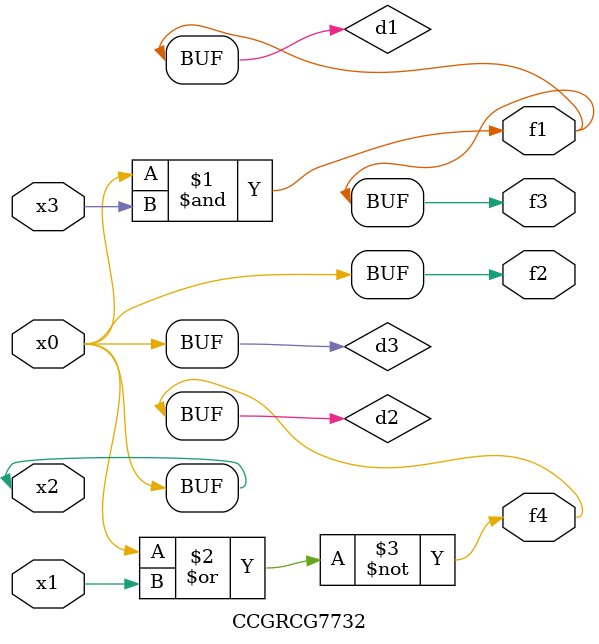
<source format=v>
module CCGRCG7732(
	input x0, x1, x2, x3,
	output f1, f2, f3, f4
);

	wire d1, d2, d3;

	and (d1, x2, x3);
	nor (d2, x0, x1);
	buf (d3, x0, x2);
	assign f1 = d1;
	assign f2 = d3;
	assign f3 = d1;
	assign f4 = d2;
endmodule

</source>
